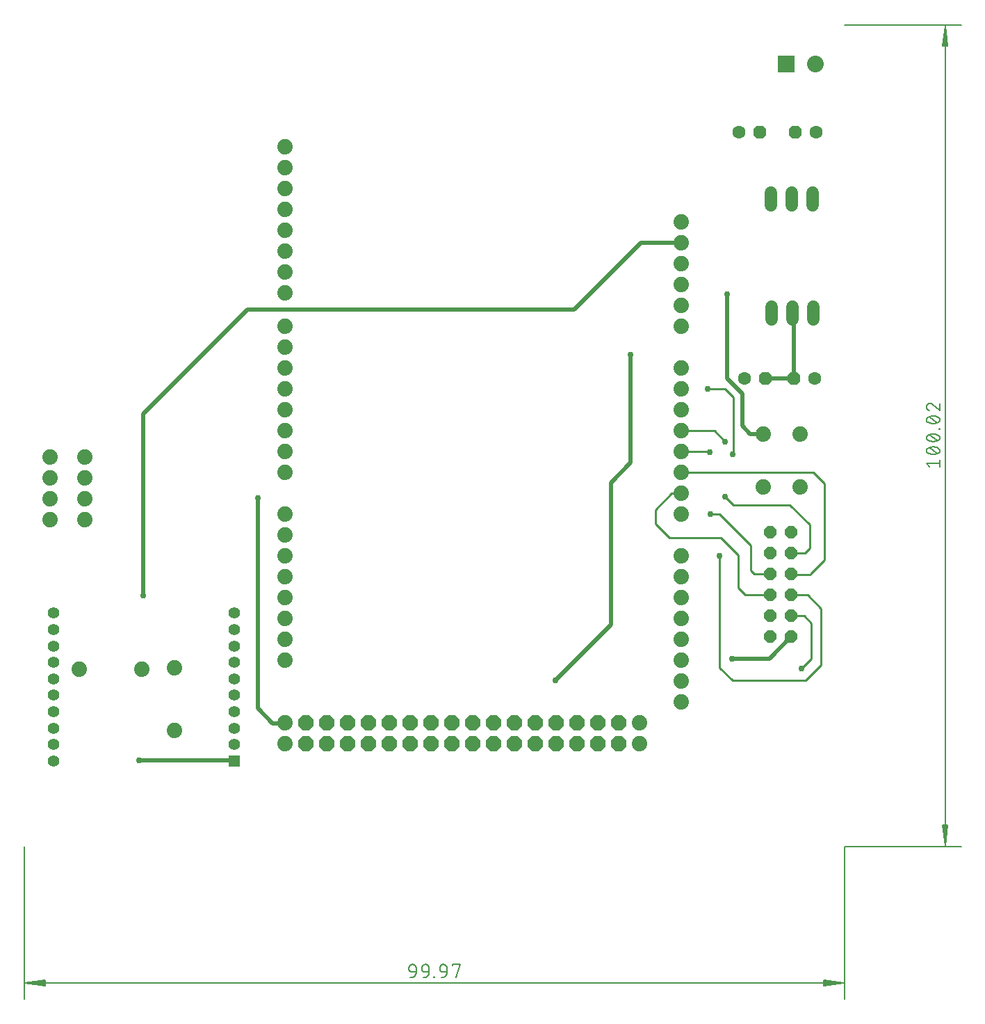
<source format=gbr>
G04 EAGLE Gerber RS-274X export*
G75*
%MOMM*%
%FSLAX34Y34*%
%LPD*%
%INTop Copper*%
%IPPOS*%
%AMOC8*
5,1,8,0,0,1.08239X$1,22.5*%
G01*
%ADD10C,0.130000*%
%ADD11C,0.152400*%
%ADD12C,1.879600*%
%ADD13P,2.034460X8X202.500000*%
%ADD14P,1.732040X8X202.500000*%
%ADD15C,1.600200*%
%ADD16P,1.732040X8X22.500000*%
%ADD17C,1.524000*%
%ADD18R,2.032000X2.032000*%
%ADD19C,2.032000*%
%ADD20C,1.422400*%
%ADD21R,1.422400X1.422400*%
%ADD22P,1.649562X8X292.500000*%
%ADD23C,0.756400*%
%ADD24C,0.508000*%
%ADD25C,0.254000*%


D10*
X999700Y1000200D02*
X1141500Y1000200D01*
X1141500Y0D02*
X999700Y0D01*
X1122000Y650D02*
X1122000Y999550D01*
X1118808Y974200D01*
X1125192Y974200D01*
X1122000Y999550D01*
X1120700Y974200D01*
X1123300Y974200D02*
X1122000Y999550D01*
X1119400Y974200D01*
X1124600Y974200D02*
X1122000Y999550D01*
X1118808Y26000D02*
X1122000Y650D01*
X1118808Y26000D02*
X1125192Y26000D01*
X1122000Y650D01*
X1120700Y26000D01*
X1123300Y26000D02*
X1122000Y650D01*
X1119400Y26000D01*
X1124600Y26000D02*
X1122000Y650D01*
D11*
X1102849Y461945D02*
X1099237Y466461D01*
X1115493Y466461D01*
X1115493Y470976D02*
X1115493Y461945D01*
X1107365Y477577D02*
X1107045Y477581D01*
X1106726Y477592D01*
X1106406Y477611D01*
X1106088Y477638D01*
X1105770Y477672D01*
X1105453Y477714D01*
X1105137Y477764D01*
X1104822Y477821D01*
X1104509Y477885D01*
X1104197Y477957D01*
X1103887Y478036D01*
X1103580Y478123D01*
X1103274Y478217D01*
X1102971Y478318D01*
X1102670Y478427D01*
X1102372Y478542D01*
X1102076Y478665D01*
X1101784Y478795D01*
X1101495Y478932D01*
X1101494Y478932D02*
X1101386Y478971D01*
X1101279Y479014D01*
X1101174Y479060D01*
X1101071Y479110D01*
X1100969Y479164D01*
X1100869Y479221D01*
X1100771Y479282D01*
X1100675Y479346D01*
X1100582Y479413D01*
X1100491Y479483D01*
X1100402Y479557D01*
X1100316Y479633D01*
X1100233Y479713D01*
X1100152Y479795D01*
X1100074Y479880D01*
X1100000Y479967D01*
X1099928Y480058D01*
X1099859Y480150D01*
X1099794Y480245D01*
X1099732Y480342D01*
X1099673Y480441D01*
X1099618Y480542D01*
X1099567Y480645D01*
X1099519Y480750D01*
X1099474Y480856D01*
X1099433Y480963D01*
X1099396Y481072D01*
X1099363Y481183D01*
X1099334Y481294D01*
X1099308Y481406D01*
X1099286Y481519D01*
X1099269Y481633D01*
X1099255Y481747D01*
X1099245Y481862D01*
X1099239Y481977D01*
X1099237Y482092D01*
X1099239Y482207D01*
X1099245Y482322D01*
X1099255Y482437D01*
X1099269Y482551D01*
X1099286Y482665D01*
X1099308Y482778D01*
X1099334Y482890D01*
X1099363Y483002D01*
X1099396Y483112D01*
X1099433Y483221D01*
X1099474Y483329D01*
X1099519Y483435D01*
X1099567Y483540D01*
X1099618Y483642D01*
X1099674Y483744D01*
X1099732Y483843D01*
X1099794Y483940D01*
X1099860Y484035D01*
X1099928Y484127D01*
X1100000Y484217D01*
X1100074Y484305D01*
X1100152Y484390D01*
X1100233Y484472D01*
X1100316Y484551D01*
X1100402Y484628D01*
X1100491Y484701D01*
X1100582Y484772D01*
X1100676Y484839D01*
X1100771Y484903D01*
X1100869Y484964D01*
X1100969Y485021D01*
X1101071Y485074D01*
X1101175Y485125D01*
X1101280Y485171D01*
X1101387Y485214D01*
X1101495Y485253D01*
X1101495Y485252D02*
X1101784Y485389D01*
X1102076Y485519D01*
X1102372Y485642D01*
X1102670Y485757D01*
X1102971Y485866D01*
X1103274Y485967D01*
X1103580Y486061D01*
X1103887Y486148D01*
X1104197Y486227D01*
X1104509Y486299D01*
X1104822Y486363D01*
X1105137Y486420D01*
X1105453Y486470D01*
X1105770Y486512D01*
X1106088Y486546D01*
X1106406Y486573D01*
X1106726Y486592D01*
X1107045Y486603D01*
X1107365Y486607D01*
X1107365Y477577D02*
X1107685Y477581D01*
X1108004Y477592D01*
X1108324Y477611D01*
X1108642Y477638D01*
X1108960Y477672D01*
X1109277Y477714D01*
X1109593Y477764D01*
X1109908Y477821D01*
X1110221Y477885D01*
X1110533Y477957D01*
X1110843Y478036D01*
X1111150Y478123D01*
X1111456Y478217D01*
X1111759Y478318D01*
X1112060Y478427D01*
X1112358Y478542D01*
X1112654Y478665D01*
X1112946Y478795D01*
X1113235Y478932D01*
X1113236Y478931D02*
X1113344Y478970D01*
X1113451Y479013D01*
X1113556Y479059D01*
X1113660Y479110D01*
X1113762Y479163D01*
X1113862Y479220D01*
X1113960Y479281D01*
X1114055Y479345D01*
X1114149Y479412D01*
X1114240Y479483D01*
X1114329Y479556D01*
X1114415Y479633D01*
X1114498Y479712D01*
X1114579Y479794D01*
X1114657Y479879D01*
X1114731Y479967D01*
X1114803Y480057D01*
X1114872Y480150D01*
X1114937Y480244D01*
X1114999Y480341D01*
X1115057Y480441D01*
X1115113Y480542D01*
X1115164Y480644D01*
X1115212Y480749D01*
X1115257Y480855D01*
X1115298Y480963D01*
X1115335Y481072D01*
X1115368Y481182D01*
X1115397Y481294D01*
X1115423Y481406D01*
X1115445Y481519D01*
X1115462Y481633D01*
X1115476Y481747D01*
X1115486Y481862D01*
X1115492Y481977D01*
X1115494Y482092D01*
X1113235Y485252D02*
X1112946Y485389D01*
X1112654Y485519D01*
X1112358Y485642D01*
X1112060Y485757D01*
X1111759Y485866D01*
X1111456Y485967D01*
X1111150Y486061D01*
X1110843Y486148D01*
X1110533Y486227D01*
X1110221Y486299D01*
X1109908Y486363D01*
X1109593Y486420D01*
X1109277Y486470D01*
X1108960Y486512D01*
X1108642Y486546D01*
X1108324Y486573D01*
X1108004Y486592D01*
X1107685Y486603D01*
X1107365Y486607D01*
X1113235Y485253D02*
X1113343Y485214D01*
X1113450Y485171D01*
X1113555Y485125D01*
X1113659Y485074D01*
X1113761Y485021D01*
X1113861Y484964D01*
X1113959Y484903D01*
X1114054Y484839D01*
X1114148Y484772D01*
X1114239Y484701D01*
X1114328Y484628D01*
X1114414Y484551D01*
X1114497Y484472D01*
X1114578Y484390D01*
X1114656Y484305D01*
X1114730Y484217D01*
X1114802Y484127D01*
X1114871Y484034D01*
X1114936Y483940D01*
X1114998Y483843D01*
X1115056Y483743D01*
X1115112Y483642D01*
X1115163Y483539D01*
X1115211Y483435D01*
X1115256Y483329D01*
X1115297Y483221D01*
X1115334Y483112D01*
X1115367Y483002D01*
X1115396Y482890D01*
X1115422Y482778D01*
X1115444Y482665D01*
X1115461Y482551D01*
X1115475Y482437D01*
X1115485Y482322D01*
X1115491Y482207D01*
X1115493Y482092D01*
X1111881Y478480D02*
X1102849Y485704D01*
X1107365Y493208D02*
X1107045Y493212D01*
X1106726Y493223D01*
X1106406Y493242D01*
X1106088Y493269D01*
X1105770Y493303D01*
X1105453Y493345D01*
X1105137Y493395D01*
X1104822Y493452D01*
X1104509Y493516D01*
X1104197Y493588D01*
X1103887Y493667D01*
X1103580Y493754D01*
X1103274Y493848D01*
X1102971Y493949D01*
X1102670Y494058D01*
X1102372Y494173D01*
X1102076Y494296D01*
X1101784Y494426D01*
X1101495Y494563D01*
X1101494Y494563D02*
X1101386Y494602D01*
X1101279Y494645D01*
X1101174Y494691D01*
X1101071Y494741D01*
X1100969Y494795D01*
X1100869Y494852D01*
X1100771Y494913D01*
X1100675Y494977D01*
X1100582Y495044D01*
X1100491Y495114D01*
X1100402Y495188D01*
X1100316Y495264D01*
X1100233Y495344D01*
X1100152Y495426D01*
X1100074Y495511D01*
X1100000Y495598D01*
X1099928Y495689D01*
X1099859Y495781D01*
X1099794Y495876D01*
X1099732Y495973D01*
X1099673Y496072D01*
X1099618Y496173D01*
X1099567Y496276D01*
X1099519Y496381D01*
X1099474Y496487D01*
X1099433Y496594D01*
X1099396Y496703D01*
X1099363Y496814D01*
X1099334Y496925D01*
X1099308Y497037D01*
X1099286Y497150D01*
X1099269Y497264D01*
X1099255Y497378D01*
X1099245Y497493D01*
X1099239Y497608D01*
X1099237Y497723D01*
X1099239Y497838D01*
X1099245Y497953D01*
X1099255Y498068D01*
X1099269Y498182D01*
X1099286Y498296D01*
X1099308Y498409D01*
X1099334Y498521D01*
X1099363Y498633D01*
X1099396Y498743D01*
X1099433Y498852D01*
X1099474Y498960D01*
X1099519Y499066D01*
X1099567Y499171D01*
X1099618Y499273D01*
X1099674Y499375D01*
X1099732Y499474D01*
X1099794Y499571D01*
X1099860Y499666D01*
X1099928Y499758D01*
X1100000Y499848D01*
X1100074Y499936D01*
X1100152Y500021D01*
X1100233Y500103D01*
X1100316Y500182D01*
X1100402Y500259D01*
X1100491Y500332D01*
X1100582Y500403D01*
X1100676Y500470D01*
X1100771Y500534D01*
X1100869Y500595D01*
X1100969Y500652D01*
X1101071Y500705D01*
X1101175Y500756D01*
X1101280Y500802D01*
X1101387Y500845D01*
X1101495Y500884D01*
X1101495Y500883D02*
X1101784Y501020D01*
X1102076Y501150D01*
X1102372Y501273D01*
X1102670Y501388D01*
X1102971Y501497D01*
X1103274Y501598D01*
X1103580Y501692D01*
X1103887Y501779D01*
X1104197Y501858D01*
X1104509Y501930D01*
X1104822Y501994D01*
X1105137Y502051D01*
X1105453Y502101D01*
X1105770Y502143D01*
X1106088Y502177D01*
X1106406Y502204D01*
X1106726Y502223D01*
X1107045Y502234D01*
X1107365Y502238D01*
X1107365Y493208D02*
X1107685Y493212D01*
X1108004Y493223D01*
X1108324Y493242D01*
X1108642Y493269D01*
X1108960Y493303D01*
X1109277Y493345D01*
X1109593Y493395D01*
X1109908Y493452D01*
X1110221Y493516D01*
X1110533Y493588D01*
X1110843Y493667D01*
X1111150Y493754D01*
X1111456Y493848D01*
X1111759Y493949D01*
X1112060Y494058D01*
X1112358Y494173D01*
X1112654Y494296D01*
X1112946Y494426D01*
X1113235Y494563D01*
X1113236Y494562D02*
X1113344Y494601D01*
X1113451Y494644D01*
X1113556Y494690D01*
X1113660Y494741D01*
X1113762Y494794D01*
X1113862Y494851D01*
X1113960Y494912D01*
X1114055Y494976D01*
X1114149Y495043D01*
X1114240Y495114D01*
X1114329Y495187D01*
X1114415Y495264D01*
X1114498Y495343D01*
X1114579Y495425D01*
X1114657Y495510D01*
X1114731Y495598D01*
X1114803Y495688D01*
X1114872Y495781D01*
X1114937Y495875D01*
X1114999Y495972D01*
X1115057Y496072D01*
X1115113Y496173D01*
X1115164Y496275D01*
X1115212Y496380D01*
X1115257Y496486D01*
X1115298Y496594D01*
X1115335Y496703D01*
X1115368Y496813D01*
X1115397Y496925D01*
X1115423Y497037D01*
X1115445Y497150D01*
X1115462Y497264D01*
X1115476Y497378D01*
X1115486Y497493D01*
X1115492Y497608D01*
X1115494Y497723D01*
X1113235Y500883D02*
X1112946Y501020D01*
X1112654Y501150D01*
X1112358Y501273D01*
X1112060Y501388D01*
X1111759Y501497D01*
X1111456Y501598D01*
X1111150Y501692D01*
X1110843Y501779D01*
X1110533Y501858D01*
X1110221Y501930D01*
X1109908Y501994D01*
X1109593Y502051D01*
X1109277Y502101D01*
X1108960Y502143D01*
X1108642Y502177D01*
X1108324Y502204D01*
X1108004Y502223D01*
X1107685Y502234D01*
X1107365Y502238D01*
X1113235Y500884D02*
X1113343Y500845D01*
X1113450Y500802D01*
X1113555Y500756D01*
X1113659Y500705D01*
X1113761Y500652D01*
X1113861Y500595D01*
X1113959Y500534D01*
X1114054Y500470D01*
X1114148Y500403D01*
X1114239Y500332D01*
X1114328Y500259D01*
X1114414Y500182D01*
X1114497Y500103D01*
X1114578Y500021D01*
X1114656Y499936D01*
X1114730Y499848D01*
X1114802Y499758D01*
X1114871Y499665D01*
X1114936Y499571D01*
X1114998Y499474D01*
X1115056Y499374D01*
X1115112Y499273D01*
X1115163Y499170D01*
X1115211Y499066D01*
X1115256Y498960D01*
X1115297Y498852D01*
X1115334Y498743D01*
X1115367Y498633D01*
X1115396Y498521D01*
X1115422Y498409D01*
X1115444Y498296D01*
X1115461Y498182D01*
X1115475Y498068D01*
X1115485Y497953D01*
X1115491Y497838D01*
X1115493Y497723D01*
X1111881Y494111D02*
X1102849Y501336D01*
X1114590Y508213D02*
X1115493Y508213D01*
X1114590Y508213D02*
X1114590Y509117D01*
X1115493Y509117D01*
X1115493Y508213D01*
X1107365Y515092D02*
X1107045Y515096D01*
X1106726Y515107D01*
X1106406Y515126D01*
X1106088Y515153D01*
X1105770Y515187D01*
X1105453Y515229D01*
X1105137Y515279D01*
X1104822Y515336D01*
X1104509Y515400D01*
X1104197Y515472D01*
X1103887Y515551D01*
X1103580Y515638D01*
X1103274Y515732D01*
X1102971Y515833D01*
X1102670Y515942D01*
X1102372Y516057D01*
X1102076Y516180D01*
X1101784Y516310D01*
X1101495Y516447D01*
X1101494Y516447D02*
X1101386Y516486D01*
X1101279Y516529D01*
X1101174Y516575D01*
X1101071Y516625D01*
X1100969Y516679D01*
X1100869Y516736D01*
X1100771Y516797D01*
X1100675Y516861D01*
X1100582Y516928D01*
X1100491Y516998D01*
X1100402Y517072D01*
X1100316Y517148D01*
X1100233Y517228D01*
X1100152Y517310D01*
X1100074Y517395D01*
X1100000Y517482D01*
X1099928Y517573D01*
X1099859Y517665D01*
X1099794Y517760D01*
X1099732Y517857D01*
X1099673Y517956D01*
X1099618Y518057D01*
X1099567Y518160D01*
X1099519Y518265D01*
X1099474Y518371D01*
X1099433Y518478D01*
X1099396Y518587D01*
X1099363Y518698D01*
X1099334Y518809D01*
X1099308Y518921D01*
X1099286Y519034D01*
X1099269Y519148D01*
X1099255Y519262D01*
X1099245Y519377D01*
X1099239Y519492D01*
X1099237Y519607D01*
X1099239Y519722D01*
X1099245Y519837D01*
X1099255Y519952D01*
X1099269Y520066D01*
X1099286Y520180D01*
X1099308Y520293D01*
X1099334Y520405D01*
X1099363Y520517D01*
X1099396Y520627D01*
X1099433Y520736D01*
X1099474Y520844D01*
X1099519Y520950D01*
X1099567Y521055D01*
X1099618Y521157D01*
X1099674Y521259D01*
X1099732Y521358D01*
X1099794Y521455D01*
X1099860Y521550D01*
X1099928Y521642D01*
X1100000Y521732D01*
X1100074Y521820D01*
X1100152Y521905D01*
X1100233Y521987D01*
X1100316Y522066D01*
X1100402Y522143D01*
X1100491Y522216D01*
X1100582Y522287D01*
X1100676Y522354D01*
X1100771Y522418D01*
X1100869Y522479D01*
X1100969Y522536D01*
X1101071Y522589D01*
X1101175Y522640D01*
X1101280Y522686D01*
X1101387Y522729D01*
X1101495Y522768D01*
X1101495Y522767D02*
X1101784Y522904D01*
X1102076Y523034D01*
X1102372Y523157D01*
X1102670Y523272D01*
X1102971Y523381D01*
X1103274Y523482D01*
X1103580Y523576D01*
X1103887Y523663D01*
X1104197Y523742D01*
X1104509Y523814D01*
X1104822Y523878D01*
X1105137Y523935D01*
X1105453Y523985D01*
X1105770Y524027D01*
X1106088Y524061D01*
X1106406Y524088D01*
X1106726Y524107D01*
X1107045Y524118D01*
X1107365Y524122D01*
X1107365Y515092D02*
X1107685Y515096D01*
X1108004Y515107D01*
X1108324Y515126D01*
X1108642Y515153D01*
X1108960Y515187D01*
X1109277Y515229D01*
X1109593Y515279D01*
X1109908Y515336D01*
X1110221Y515400D01*
X1110533Y515472D01*
X1110843Y515551D01*
X1111150Y515638D01*
X1111456Y515732D01*
X1111759Y515833D01*
X1112060Y515942D01*
X1112358Y516057D01*
X1112654Y516180D01*
X1112946Y516310D01*
X1113235Y516447D01*
X1113236Y516446D02*
X1113344Y516485D01*
X1113451Y516528D01*
X1113556Y516574D01*
X1113660Y516625D01*
X1113762Y516678D01*
X1113862Y516735D01*
X1113960Y516796D01*
X1114055Y516860D01*
X1114149Y516927D01*
X1114240Y516998D01*
X1114329Y517071D01*
X1114415Y517148D01*
X1114498Y517227D01*
X1114579Y517309D01*
X1114657Y517394D01*
X1114731Y517482D01*
X1114803Y517572D01*
X1114872Y517665D01*
X1114937Y517759D01*
X1114999Y517856D01*
X1115057Y517956D01*
X1115113Y518057D01*
X1115164Y518159D01*
X1115212Y518264D01*
X1115257Y518370D01*
X1115298Y518478D01*
X1115335Y518587D01*
X1115368Y518697D01*
X1115397Y518809D01*
X1115423Y518921D01*
X1115445Y519034D01*
X1115462Y519148D01*
X1115476Y519262D01*
X1115486Y519377D01*
X1115492Y519492D01*
X1115494Y519607D01*
X1113235Y522767D02*
X1112946Y522904D01*
X1112654Y523034D01*
X1112358Y523157D01*
X1112060Y523272D01*
X1111759Y523381D01*
X1111456Y523482D01*
X1111150Y523576D01*
X1110843Y523663D01*
X1110533Y523742D01*
X1110221Y523814D01*
X1109908Y523878D01*
X1109593Y523935D01*
X1109277Y523985D01*
X1108960Y524027D01*
X1108642Y524061D01*
X1108324Y524088D01*
X1108004Y524107D01*
X1107685Y524118D01*
X1107365Y524122D01*
X1113235Y522768D02*
X1113343Y522729D01*
X1113450Y522686D01*
X1113555Y522640D01*
X1113659Y522589D01*
X1113761Y522536D01*
X1113861Y522479D01*
X1113959Y522418D01*
X1114054Y522354D01*
X1114148Y522287D01*
X1114239Y522216D01*
X1114328Y522143D01*
X1114414Y522066D01*
X1114497Y521987D01*
X1114578Y521905D01*
X1114656Y521820D01*
X1114730Y521732D01*
X1114802Y521642D01*
X1114871Y521549D01*
X1114936Y521455D01*
X1114998Y521358D01*
X1115056Y521258D01*
X1115112Y521157D01*
X1115163Y521054D01*
X1115211Y520950D01*
X1115256Y520844D01*
X1115297Y520736D01*
X1115334Y520627D01*
X1115367Y520517D01*
X1115396Y520405D01*
X1115422Y520293D01*
X1115444Y520180D01*
X1115461Y520066D01*
X1115475Y519952D01*
X1115485Y519837D01*
X1115491Y519722D01*
X1115493Y519607D01*
X1111881Y515994D02*
X1102849Y523219D01*
X1099237Y535690D02*
X1099239Y535815D01*
X1099245Y535940D01*
X1099254Y536065D01*
X1099268Y536189D01*
X1099285Y536313D01*
X1099306Y536437D01*
X1099331Y536559D01*
X1099360Y536681D01*
X1099392Y536802D01*
X1099428Y536922D01*
X1099468Y537041D01*
X1099511Y537158D01*
X1099558Y537274D01*
X1099609Y537389D01*
X1099663Y537501D01*
X1099721Y537613D01*
X1099781Y537722D01*
X1099846Y537829D01*
X1099913Y537935D01*
X1099984Y538038D01*
X1100058Y538139D01*
X1100135Y538238D01*
X1100215Y538334D01*
X1100298Y538428D01*
X1100383Y538519D01*
X1100472Y538608D01*
X1100563Y538693D01*
X1100657Y538776D01*
X1100753Y538856D01*
X1100852Y538933D01*
X1100953Y539007D01*
X1101056Y539078D01*
X1101162Y539145D01*
X1101269Y539210D01*
X1101378Y539270D01*
X1101490Y539328D01*
X1101602Y539382D01*
X1101717Y539433D01*
X1101833Y539480D01*
X1101950Y539523D01*
X1102069Y539563D01*
X1102189Y539599D01*
X1102310Y539631D01*
X1102432Y539660D01*
X1102554Y539685D01*
X1102678Y539706D01*
X1102802Y539723D01*
X1102926Y539737D01*
X1103051Y539746D01*
X1103176Y539752D01*
X1103301Y539754D01*
X1099237Y535690D02*
X1099239Y535547D01*
X1099245Y535405D01*
X1099255Y535262D01*
X1099268Y535120D01*
X1099286Y534979D01*
X1099307Y534837D01*
X1099332Y534697D01*
X1099361Y534557D01*
X1099394Y534418D01*
X1099431Y534280D01*
X1099471Y534143D01*
X1099515Y534008D01*
X1099563Y533873D01*
X1099615Y533740D01*
X1099670Y533608D01*
X1099729Y533478D01*
X1099791Y533350D01*
X1099857Y533223D01*
X1099926Y533098D01*
X1099998Y532975D01*
X1100074Y532854D01*
X1100153Y532736D01*
X1100236Y532619D01*
X1100321Y532505D01*
X1100410Y532393D01*
X1100501Y532284D01*
X1100596Y532177D01*
X1100693Y532072D01*
X1100794Y531971D01*
X1100897Y531872D01*
X1101002Y531776D01*
X1101111Y531683D01*
X1101222Y531593D01*
X1101335Y531506D01*
X1101450Y531422D01*
X1101568Y531342D01*
X1101688Y531264D01*
X1101810Y531190D01*
X1101934Y531120D01*
X1102060Y531052D01*
X1102188Y530989D01*
X1102317Y530928D01*
X1102448Y530871D01*
X1102580Y530818D01*
X1102714Y530769D01*
X1102849Y530723D01*
X1106462Y538399D02*
X1106370Y538493D01*
X1106276Y538583D01*
X1106179Y538671D01*
X1106079Y538756D01*
X1105977Y538838D01*
X1105872Y538916D01*
X1105765Y538992D01*
X1105656Y539064D01*
X1105545Y539133D01*
X1105431Y539199D01*
X1105316Y539261D01*
X1105199Y539320D01*
X1105080Y539375D01*
X1104960Y539426D01*
X1104838Y539474D01*
X1104715Y539519D01*
X1104591Y539559D01*
X1104465Y539596D01*
X1104338Y539629D01*
X1104211Y539658D01*
X1104082Y539684D01*
X1103953Y539705D01*
X1103823Y539723D01*
X1103693Y539736D01*
X1103563Y539746D01*
X1103432Y539752D01*
X1103301Y539754D01*
X1106462Y538399D02*
X1115493Y530723D01*
X1115493Y539754D01*
D10*
X0Y0D02*
X0Y-185500D01*
X999700Y-185500D02*
X999700Y0D01*
X999050Y-166000D02*
X650Y-166000D01*
X26000Y-162808D01*
X26000Y-169192D01*
X650Y-166000D01*
X26000Y-164700D01*
X26000Y-167300D02*
X650Y-166000D01*
X26000Y-163400D01*
X26000Y-168600D02*
X650Y-166000D01*
X973700Y-162808D02*
X999050Y-166000D01*
X973700Y-162808D02*
X973700Y-169192D01*
X999050Y-166000D01*
X973700Y-164700D01*
X973700Y-167300D02*
X999050Y-166000D01*
X973700Y-163400D01*
X973700Y-168600D02*
X999050Y-166000D01*
D11*
X477822Y-152268D02*
X472404Y-152268D01*
X472286Y-152266D01*
X472168Y-152260D01*
X472050Y-152251D01*
X471933Y-152237D01*
X471816Y-152220D01*
X471699Y-152199D01*
X471584Y-152174D01*
X471469Y-152145D01*
X471355Y-152112D01*
X471243Y-152076D01*
X471132Y-152036D01*
X471022Y-151993D01*
X470913Y-151946D01*
X470806Y-151896D01*
X470701Y-151841D01*
X470598Y-151784D01*
X470497Y-151723D01*
X470397Y-151659D01*
X470300Y-151592D01*
X470205Y-151522D01*
X470113Y-151448D01*
X470022Y-151372D01*
X469935Y-151292D01*
X469850Y-151210D01*
X469768Y-151125D01*
X469688Y-151038D01*
X469612Y-150947D01*
X469538Y-150855D01*
X469468Y-150760D01*
X469401Y-150663D01*
X469337Y-150563D01*
X469276Y-150462D01*
X469219Y-150359D01*
X469164Y-150254D01*
X469114Y-150147D01*
X469067Y-150038D01*
X469024Y-149928D01*
X468984Y-149817D01*
X468948Y-149705D01*
X468915Y-149591D01*
X468886Y-149476D01*
X468861Y-149361D01*
X468840Y-149244D01*
X468823Y-149127D01*
X468809Y-149010D01*
X468800Y-148892D01*
X468794Y-148774D01*
X468792Y-148656D01*
X468791Y-148656D02*
X468791Y-147753D01*
X468793Y-147620D01*
X468799Y-147488D01*
X468809Y-147356D01*
X468822Y-147224D01*
X468840Y-147092D01*
X468861Y-146962D01*
X468886Y-146831D01*
X468915Y-146702D01*
X468948Y-146574D01*
X468984Y-146446D01*
X469024Y-146320D01*
X469068Y-146195D01*
X469116Y-146071D01*
X469167Y-145949D01*
X469222Y-145828D01*
X469280Y-145709D01*
X469342Y-145591D01*
X469407Y-145476D01*
X469476Y-145362D01*
X469547Y-145251D01*
X469623Y-145142D01*
X469701Y-145035D01*
X469782Y-144930D01*
X469867Y-144828D01*
X469954Y-144728D01*
X470044Y-144631D01*
X470137Y-144536D01*
X470233Y-144445D01*
X470331Y-144356D01*
X470432Y-144270D01*
X470536Y-144187D01*
X470642Y-144107D01*
X470750Y-144031D01*
X470860Y-143957D01*
X470973Y-143887D01*
X471087Y-143820D01*
X471204Y-143757D01*
X471322Y-143697D01*
X471442Y-143640D01*
X471564Y-143587D01*
X471687Y-143538D01*
X471811Y-143492D01*
X471937Y-143450D01*
X472064Y-143412D01*
X472192Y-143377D01*
X472321Y-143346D01*
X472450Y-143319D01*
X472581Y-143296D01*
X472712Y-143276D01*
X472844Y-143261D01*
X472976Y-143249D01*
X473108Y-143241D01*
X473241Y-143237D01*
X473373Y-143237D01*
X473506Y-143241D01*
X473638Y-143249D01*
X473770Y-143261D01*
X473902Y-143276D01*
X474033Y-143296D01*
X474164Y-143319D01*
X474293Y-143346D01*
X474422Y-143377D01*
X474550Y-143412D01*
X474677Y-143450D01*
X474803Y-143492D01*
X474927Y-143538D01*
X475050Y-143587D01*
X475172Y-143640D01*
X475292Y-143697D01*
X475410Y-143757D01*
X475527Y-143820D01*
X475641Y-143887D01*
X475754Y-143957D01*
X475864Y-144031D01*
X475972Y-144107D01*
X476078Y-144187D01*
X476182Y-144270D01*
X476283Y-144356D01*
X476381Y-144445D01*
X476477Y-144536D01*
X476570Y-144631D01*
X476660Y-144728D01*
X476747Y-144828D01*
X476832Y-144930D01*
X476913Y-145035D01*
X476991Y-145142D01*
X477067Y-145251D01*
X477138Y-145362D01*
X477207Y-145476D01*
X477272Y-145591D01*
X477334Y-145709D01*
X477392Y-145828D01*
X477447Y-145949D01*
X477498Y-146071D01*
X477546Y-146195D01*
X477590Y-146320D01*
X477630Y-146446D01*
X477666Y-146574D01*
X477699Y-146702D01*
X477728Y-146831D01*
X477753Y-146962D01*
X477774Y-147092D01*
X477792Y-147224D01*
X477805Y-147356D01*
X477815Y-147488D01*
X477821Y-147620D01*
X477823Y-147753D01*
X477822Y-147753D02*
X477822Y-152268D01*
X477823Y-152268D02*
X477821Y-152443D01*
X477815Y-152617D01*
X477804Y-152791D01*
X477789Y-152965D01*
X477770Y-153139D01*
X477747Y-153312D01*
X477720Y-153484D01*
X477688Y-153656D01*
X477653Y-153827D01*
X477613Y-153997D01*
X477569Y-154166D01*
X477521Y-154334D01*
X477469Y-154501D01*
X477413Y-154666D01*
X477353Y-154830D01*
X477290Y-154993D01*
X477222Y-155153D01*
X477150Y-155313D01*
X477075Y-155470D01*
X476995Y-155626D01*
X476912Y-155779D01*
X476826Y-155931D01*
X476735Y-156080D01*
X476641Y-156227D01*
X476544Y-156372D01*
X476443Y-156515D01*
X476339Y-156655D01*
X476231Y-156792D01*
X476120Y-156927D01*
X476006Y-157059D01*
X475889Y-157188D01*
X475768Y-157315D01*
X475645Y-157438D01*
X475518Y-157559D01*
X475389Y-157676D01*
X475257Y-157790D01*
X475122Y-157901D01*
X474985Y-158009D01*
X474845Y-158113D01*
X474702Y-158214D01*
X474557Y-158311D01*
X474410Y-158405D01*
X474261Y-158496D01*
X474109Y-158582D01*
X473956Y-158665D01*
X473800Y-158745D01*
X473643Y-158820D01*
X473483Y-158892D01*
X473323Y-158960D01*
X473160Y-159023D01*
X472996Y-159083D01*
X472831Y-159139D01*
X472664Y-159191D01*
X472496Y-159239D01*
X472327Y-159283D01*
X472157Y-159323D01*
X471986Y-159358D01*
X471814Y-159390D01*
X471642Y-159417D01*
X471469Y-159440D01*
X471295Y-159459D01*
X471121Y-159474D01*
X470947Y-159485D01*
X470773Y-159491D01*
X470598Y-159493D01*
X488035Y-152268D02*
X493454Y-152268D01*
X488035Y-152268D02*
X487917Y-152266D01*
X487799Y-152260D01*
X487681Y-152251D01*
X487564Y-152237D01*
X487447Y-152220D01*
X487330Y-152199D01*
X487215Y-152174D01*
X487100Y-152145D01*
X486986Y-152112D01*
X486874Y-152076D01*
X486763Y-152036D01*
X486653Y-151993D01*
X486544Y-151946D01*
X486437Y-151896D01*
X486332Y-151841D01*
X486229Y-151784D01*
X486128Y-151723D01*
X486028Y-151659D01*
X485931Y-151592D01*
X485836Y-151522D01*
X485744Y-151448D01*
X485653Y-151372D01*
X485566Y-151292D01*
X485481Y-151210D01*
X485399Y-151125D01*
X485319Y-151038D01*
X485243Y-150947D01*
X485169Y-150855D01*
X485099Y-150760D01*
X485032Y-150663D01*
X484968Y-150563D01*
X484907Y-150462D01*
X484850Y-150359D01*
X484795Y-150254D01*
X484745Y-150147D01*
X484698Y-150038D01*
X484655Y-149928D01*
X484615Y-149817D01*
X484579Y-149705D01*
X484546Y-149591D01*
X484517Y-149476D01*
X484492Y-149361D01*
X484471Y-149244D01*
X484454Y-149127D01*
X484440Y-149010D01*
X484431Y-148892D01*
X484425Y-148774D01*
X484423Y-148656D01*
X484423Y-147753D01*
X484422Y-147753D02*
X484424Y-147620D01*
X484430Y-147488D01*
X484440Y-147356D01*
X484453Y-147224D01*
X484471Y-147092D01*
X484492Y-146962D01*
X484517Y-146831D01*
X484546Y-146702D01*
X484579Y-146574D01*
X484615Y-146446D01*
X484655Y-146320D01*
X484699Y-146195D01*
X484747Y-146071D01*
X484798Y-145949D01*
X484853Y-145828D01*
X484911Y-145709D01*
X484973Y-145591D01*
X485038Y-145476D01*
X485107Y-145362D01*
X485178Y-145251D01*
X485254Y-145142D01*
X485332Y-145035D01*
X485413Y-144930D01*
X485498Y-144828D01*
X485585Y-144728D01*
X485675Y-144631D01*
X485768Y-144536D01*
X485864Y-144445D01*
X485962Y-144356D01*
X486063Y-144270D01*
X486167Y-144187D01*
X486273Y-144107D01*
X486381Y-144031D01*
X486491Y-143957D01*
X486604Y-143887D01*
X486718Y-143820D01*
X486835Y-143757D01*
X486953Y-143697D01*
X487073Y-143640D01*
X487195Y-143587D01*
X487318Y-143538D01*
X487442Y-143492D01*
X487568Y-143450D01*
X487695Y-143412D01*
X487823Y-143377D01*
X487952Y-143346D01*
X488081Y-143319D01*
X488212Y-143296D01*
X488343Y-143276D01*
X488475Y-143261D01*
X488607Y-143249D01*
X488739Y-143241D01*
X488872Y-143237D01*
X489004Y-143237D01*
X489137Y-143241D01*
X489269Y-143249D01*
X489401Y-143261D01*
X489533Y-143276D01*
X489664Y-143296D01*
X489795Y-143319D01*
X489924Y-143346D01*
X490053Y-143377D01*
X490181Y-143412D01*
X490308Y-143450D01*
X490434Y-143492D01*
X490558Y-143538D01*
X490681Y-143587D01*
X490803Y-143640D01*
X490923Y-143697D01*
X491041Y-143757D01*
X491158Y-143820D01*
X491272Y-143887D01*
X491385Y-143957D01*
X491495Y-144031D01*
X491603Y-144107D01*
X491709Y-144187D01*
X491813Y-144270D01*
X491914Y-144356D01*
X492012Y-144445D01*
X492108Y-144536D01*
X492201Y-144631D01*
X492291Y-144728D01*
X492378Y-144828D01*
X492463Y-144930D01*
X492544Y-145035D01*
X492622Y-145142D01*
X492698Y-145251D01*
X492769Y-145362D01*
X492838Y-145476D01*
X492903Y-145591D01*
X492965Y-145709D01*
X493023Y-145828D01*
X493078Y-145949D01*
X493129Y-146071D01*
X493177Y-146195D01*
X493221Y-146320D01*
X493261Y-146446D01*
X493297Y-146574D01*
X493330Y-146702D01*
X493359Y-146831D01*
X493384Y-146962D01*
X493405Y-147092D01*
X493423Y-147224D01*
X493436Y-147356D01*
X493446Y-147488D01*
X493452Y-147620D01*
X493454Y-147753D01*
X493454Y-152268D01*
X493452Y-152443D01*
X493446Y-152617D01*
X493435Y-152791D01*
X493420Y-152965D01*
X493401Y-153139D01*
X493378Y-153312D01*
X493351Y-153484D01*
X493319Y-153656D01*
X493284Y-153827D01*
X493244Y-153997D01*
X493200Y-154166D01*
X493152Y-154334D01*
X493100Y-154501D01*
X493044Y-154666D01*
X492984Y-154830D01*
X492921Y-154993D01*
X492853Y-155153D01*
X492781Y-155313D01*
X492706Y-155470D01*
X492626Y-155626D01*
X492543Y-155779D01*
X492457Y-155931D01*
X492366Y-156080D01*
X492272Y-156227D01*
X492175Y-156372D01*
X492074Y-156515D01*
X491970Y-156655D01*
X491862Y-156792D01*
X491751Y-156927D01*
X491637Y-157059D01*
X491520Y-157188D01*
X491399Y-157315D01*
X491276Y-157438D01*
X491149Y-157559D01*
X491020Y-157676D01*
X490888Y-157790D01*
X490753Y-157901D01*
X490616Y-158009D01*
X490476Y-158113D01*
X490333Y-158214D01*
X490188Y-158311D01*
X490041Y-158405D01*
X489892Y-158496D01*
X489740Y-158582D01*
X489587Y-158665D01*
X489431Y-158745D01*
X489274Y-158820D01*
X489114Y-158892D01*
X488954Y-158960D01*
X488791Y-159023D01*
X488627Y-159083D01*
X488462Y-159139D01*
X488295Y-159191D01*
X488127Y-159239D01*
X487958Y-159283D01*
X487788Y-159323D01*
X487617Y-159358D01*
X487445Y-159390D01*
X487273Y-159417D01*
X487100Y-159440D01*
X486926Y-159459D01*
X486752Y-159474D01*
X486578Y-159485D01*
X486404Y-159491D01*
X486229Y-159493D01*
X499428Y-159493D02*
X499428Y-158590D01*
X500331Y-158590D01*
X500331Y-159493D01*
X499428Y-159493D01*
X509919Y-152268D02*
X515337Y-152268D01*
X509919Y-152268D02*
X509801Y-152266D01*
X509683Y-152260D01*
X509565Y-152251D01*
X509448Y-152237D01*
X509331Y-152220D01*
X509214Y-152199D01*
X509099Y-152174D01*
X508984Y-152145D01*
X508870Y-152112D01*
X508758Y-152076D01*
X508647Y-152036D01*
X508537Y-151993D01*
X508428Y-151946D01*
X508321Y-151896D01*
X508216Y-151841D01*
X508113Y-151784D01*
X508012Y-151723D01*
X507912Y-151659D01*
X507815Y-151592D01*
X507720Y-151522D01*
X507628Y-151448D01*
X507537Y-151372D01*
X507450Y-151292D01*
X507365Y-151210D01*
X507283Y-151125D01*
X507203Y-151038D01*
X507127Y-150947D01*
X507053Y-150855D01*
X506983Y-150760D01*
X506916Y-150663D01*
X506852Y-150563D01*
X506791Y-150462D01*
X506734Y-150359D01*
X506679Y-150254D01*
X506629Y-150147D01*
X506582Y-150038D01*
X506539Y-149928D01*
X506499Y-149817D01*
X506463Y-149705D01*
X506430Y-149591D01*
X506401Y-149476D01*
X506376Y-149361D01*
X506355Y-149244D01*
X506338Y-149127D01*
X506324Y-149010D01*
X506315Y-148892D01*
X506309Y-148774D01*
X506307Y-148656D01*
X506306Y-148656D02*
X506306Y-147753D01*
X506308Y-147620D01*
X506314Y-147488D01*
X506324Y-147356D01*
X506337Y-147224D01*
X506355Y-147092D01*
X506376Y-146962D01*
X506401Y-146831D01*
X506430Y-146702D01*
X506463Y-146574D01*
X506499Y-146446D01*
X506539Y-146320D01*
X506583Y-146195D01*
X506631Y-146071D01*
X506682Y-145949D01*
X506737Y-145828D01*
X506795Y-145709D01*
X506857Y-145591D01*
X506922Y-145476D01*
X506991Y-145362D01*
X507062Y-145251D01*
X507138Y-145142D01*
X507216Y-145035D01*
X507297Y-144930D01*
X507382Y-144828D01*
X507469Y-144728D01*
X507559Y-144631D01*
X507652Y-144536D01*
X507748Y-144445D01*
X507846Y-144356D01*
X507947Y-144270D01*
X508051Y-144187D01*
X508157Y-144107D01*
X508265Y-144031D01*
X508375Y-143957D01*
X508488Y-143887D01*
X508602Y-143820D01*
X508719Y-143757D01*
X508837Y-143697D01*
X508957Y-143640D01*
X509079Y-143587D01*
X509202Y-143538D01*
X509326Y-143492D01*
X509452Y-143450D01*
X509579Y-143412D01*
X509707Y-143377D01*
X509836Y-143346D01*
X509965Y-143319D01*
X510096Y-143296D01*
X510227Y-143276D01*
X510359Y-143261D01*
X510491Y-143249D01*
X510623Y-143241D01*
X510756Y-143237D01*
X510888Y-143237D01*
X511021Y-143241D01*
X511153Y-143249D01*
X511285Y-143261D01*
X511417Y-143276D01*
X511548Y-143296D01*
X511679Y-143319D01*
X511808Y-143346D01*
X511937Y-143377D01*
X512065Y-143412D01*
X512192Y-143450D01*
X512318Y-143492D01*
X512442Y-143538D01*
X512565Y-143587D01*
X512687Y-143640D01*
X512807Y-143697D01*
X512925Y-143757D01*
X513042Y-143820D01*
X513156Y-143887D01*
X513269Y-143957D01*
X513379Y-144031D01*
X513487Y-144107D01*
X513593Y-144187D01*
X513697Y-144270D01*
X513798Y-144356D01*
X513896Y-144445D01*
X513992Y-144536D01*
X514085Y-144631D01*
X514175Y-144728D01*
X514262Y-144828D01*
X514347Y-144930D01*
X514428Y-145035D01*
X514506Y-145142D01*
X514582Y-145251D01*
X514653Y-145362D01*
X514722Y-145476D01*
X514787Y-145591D01*
X514849Y-145709D01*
X514907Y-145828D01*
X514962Y-145949D01*
X515013Y-146071D01*
X515061Y-146195D01*
X515105Y-146320D01*
X515145Y-146446D01*
X515181Y-146574D01*
X515214Y-146702D01*
X515243Y-146831D01*
X515268Y-146962D01*
X515289Y-147092D01*
X515307Y-147224D01*
X515320Y-147356D01*
X515330Y-147488D01*
X515336Y-147620D01*
X515338Y-147753D01*
X515337Y-147753D02*
X515337Y-152268D01*
X515335Y-152443D01*
X515329Y-152617D01*
X515318Y-152791D01*
X515303Y-152965D01*
X515284Y-153139D01*
X515261Y-153312D01*
X515234Y-153484D01*
X515202Y-153656D01*
X515167Y-153827D01*
X515127Y-153997D01*
X515083Y-154166D01*
X515035Y-154334D01*
X514983Y-154501D01*
X514927Y-154666D01*
X514867Y-154830D01*
X514804Y-154993D01*
X514736Y-155153D01*
X514664Y-155313D01*
X514589Y-155470D01*
X514509Y-155626D01*
X514426Y-155779D01*
X514340Y-155931D01*
X514249Y-156080D01*
X514155Y-156227D01*
X514058Y-156372D01*
X513957Y-156515D01*
X513853Y-156655D01*
X513745Y-156792D01*
X513634Y-156927D01*
X513520Y-157059D01*
X513403Y-157188D01*
X513282Y-157315D01*
X513159Y-157438D01*
X513032Y-157559D01*
X512903Y-157676D01*
X512771Y-157790D01*
X512636Y-157901D01*
X512499Y-158009D01*
X512359Y-158113D01*
X512216Y-158214D01*
X512071Y-158311D01*
X511924Y-158405D01*
X511775Y-158496D01*
X511623Y-158582D01*
X511470Y-158665D01*
X511314Y-158745D01*
X511157Y-158820D01*
X510997Y-158892D01*
X510837Y-158960D01*
X510674Y-159023D01*
X510510Y-159083D01*
X510345Y-159139D01*
X510178Y-159191D01*
X510010Y-159239D01*
X509841Y-159283D01*
X509671Y-159323D01*
X509500Y-159358D01*
X509328Y-159390D01*
X509156Y-159417D01*
X508983Y-159440D01*
X508809Y-159459D01*
X508635Y-159474D01*
X508461Y-159485D01*
X508287Y-159491D01*
X508112Y-159493D01*
X521937Y-145043D02*
X521937Y-143237D01*
X530969Y-143237D01*
X526453Y-159493D01*
D12*
X800900Y328400D03*
X800900Y303000D03*
X800900Y277600D03*
X800900Y252200D03*
X800900Y226800D03*
X800900Y201400D03*
X800900Y176000D03*
X800900Y353800D03*
X318300Y379200D03*
X318300Y353800D03*
X318300Y328400D03*
X318300Y303000D03*
X318300Y277600D03*
X318300Y252200D03*
X318300Y226800D03*
X318300Y404600D03*
X800900Y557000D03*
X800900Y531600D03*
X800900Y506200D03*
X800900Y480800D03*
X800900Y455400D03*
X800900Y430000D03*
X800900Y404600D03*
X800900Y582400D03*
X318300Y607800D03*
X318300Y582400D03*
X318300Y557000D03*
X318300Y531600D03*
X318300Y506200D03*
X318300Y480800D03*
X318300Y455400D03*
X318300Y633200D03*
X318300Y826240D03*
X318300Y800840D03*
X318300Y775440D03*
X318300Y750040D03*
X318300Y724640D03*
X318300Y699240D03*
X318300Y673840D03*
X318300Y851640D03*
D13*
X521500Y125200D03*
X521500Y150600D03*
X496100Y125200D03*
X496100Y150600D03*
X470700Y125200D03*
X470700Y150600D03*
X445300Y125200D03*
X445300Y150600D03*
X419900Y125200D03*
X419900Y150600D03*
X394500Y125200D03*
X394500Y150600D03*
X369100Y125200D03*
X369100Y150600D03*
X343700Y125200D03*
X343700Y150600D03*
X724700Y125200D03*
X724700Y150600D03*
X699300Y125200D03*
X699300Y150600D03*
X673900Y125200D03*
X673900Y150600D03*
X648500Y125200D03*
X648500Y150600D03*
X623100Y125200D03*
X623100Y150600D03*
X597700Y125200D03*
X597700Y150600D03*
X572300Y125200D03*
X572300Y150600D03*
X546900Y125200D03*
X546900Y150600D03*
D12*
X750100Y150600D03*
X750100Y125200D03*
X318300Y150600D03*
X318300Y125200D03*
X800900Y760200D03*
X800900Y734800D03*
X800900Y709400D03*
X800900Y684000D03*
X800900Y658600D03*
X800900Y633200D03*
D14*
X939600Y869600D03*
D15*
X965000Y869600D03*
D16*
X896100Y869600D03*
D15*
X870700Y869600D03*
D17*
X960900Y796120D02*
X960900Y780880D01*
X935500Y780880D02*
X935500Y796120D01*
X910100Y796120D02*
X910100Y780880D01*
D12*
X74400Y397700D03*
X74400Y423100D03*
X74400Y448500D03*
X74400Y473900D03*
X32100Y397700D03*
X32100Y423100D03*
X32100Y448500D03*
X32100Y473900D03*
D18*
X928500Y952300D03*
D19*
X963500Y952300D03*
D12*
X183200Y217700D03*
X183200Y141500D03*
X67500Y215600D03*
X143700Y215600D03*
D20*
X256000Y284300D03*
X256000Y264300D03*
X256000Y244300D03*
X256000Y224300D03*
X256000Y204300D03*
X256000Y184300D03*
X256000Y164300D03*
X256000Y144300D03*
X256000Y124300D03*
D21*
X256000Y104300D03*
D20*
X36000Y284300D03*
X36000Y264300D03*
X36000Y244300D03*
X36000Y224300D03*
X36000Y204300D03*
X36000Y184300D03*
X36000Y164300D03*
X36000Y144300D03*
X36000Y124300D03*
X36000Y104300D03*
D12*
X945606Y502512D03*
X945606Y437488D03*
X900394Y502512D03*
X900394Y437488D03*
D17*
X961182Y641492D02*
X961182Y656732D01*
X935782Y656732D02*
X935782Y641492D01*
X910382Y641492D02*
X910382Y656732D01*
D14*
X937300Y570000D03*
D15*
X962700Y570000D03*
D16*
X902700Y570000D03*
D15*
X877300Y570000D03*
D22*
X909300Y382500D03*
X934700Y382500D03*
X909300Y357100D03*
X934700Y357100D03*
X909300Y331700D03*
X934700Y331700D03*
X909300Y306300D03*
X934700Y306300D03*
X909300Y280900D03*
X934700Y280900D03*
X909300Y255500D03*
X934700Y255500D03*
D23*
X284500Y424500D03*
D24*
X284500Y168500D01*
X303000Y150000D01*
X317700Y150000D01*
X318300Y150600D01*
D23*
X647000Y202000D03*
X739000Y599000D03*
D24*
X739000Y467310D01*
X714940Y443250D01*
X714940Y269940D02*
X647000Y202000D01*
X714940Y269940D02*
X714940Y443250D01*
X908200Y229000D02*
X934700Y255500D01*
X908200Y229000D02*
X862000Y229000D01*
D23*
X862000Y229000D03*
X145000Y306000D03*
D24*
X145000Y527000D01*
X670000Y654000D02*
X751000Y735000D01*
X800700Y735000D01*
X800900Y734800D01*
X272000Y654000D02*
X145000Y527000D01*
X272000Y654000D02*
X670000Y654000D01*
D23*
X140000Y105000D03*
D24*
X255300Y105000D01*
X256000Y104300D01*
D23*
X856000Y672000D03*
D24*
X884488Y502512D02*
X900394Y502512D01*
X884488Y502512D02*
X875000Y512000D01*
X856000Y570000D02*
X856000Y672000D01*
X856000Y570000D02*
X875000Y551000D01*
X875000Y512000D01*
X937260Y571500D02*
X937260Y647700D01*
X935782Y649112D01*
X937260Y571500D02*
X937300Y570000D01*
X937260Y569976D02*
X903732Y569976D01*
X902700Y570000D01*
X937260Y569976D02*
X937300Y570000D01*
D23*
X833000Y557000D03*
D25*
X854000Y557000D01*
X864000Y479000D02*
X863000Y478000D01*
D23*
X863000Y478000D03*
D25*
X864000Y547000D02*
X854000Y557000D01*
X864000Y547000D02*
X864000Y479000D01*
X889300Y331700D02*
X909300Y331700D01*
X889300Y331700D02*
X885000Y336000D01*
X834200Y480800D02*
X800900Y480800D01*
X834200Y480800D02*
X835000Y480000D01*
D23*
X835000Y480000D03*
X836000Y405000D03*
D25*
X847000Y405000D01*
X885000Y367000D02*
X885000Y336000D01*
X885000Y367000D02*
X847000Y405000D01*
X800900Y430000D02*
X789000Y430000D01*
X769000Y410000D01*
X769000Y393000D01*
X849000Y376000D02*
X870000Y355000D01*
X870000Y315000D01*
X878700Y306300D01*
X909300Y306300D01*
X786000Y376000D02*
X769000Y393000D01*
X786000Y376000D02*
X849000Y376000D01*
D23*
X854000Y426000D03*
D25*
X864000Y416000D01*
X933000Y416000D02*
X957000Y392000D01*
X957000Y363000D01*
X951000Y357000D01*
X934800Y357000D01*
X934700Y357100D01*
X933000Y416000D02*
X864000Y416000D01*
D23*
X854000Y493000D03*
D25*
X840800Y506200D01*
X800900Y506200D01*
X800900Y455400D02*
X961600Y455400D01*
X975000Y442000D01*
X958000Y332000D02*
X958000Y331000D01*
X935400Y331000D01*
X934700Y331700D01*
X975000Y349000D02*
X975000Y442000D01*
X975000Y349000D02*
X958000Y332000D01*
D23*
X847000Y354000D03*
D25*
X847000Y218000D01*
X863000Y202000D02*
X952000Y202000D01*
X971000Y221000D01*
X954700Y306300D02*
X934700Y306300D01*
X847000Y218000D02*
X863000Y202000D01*
X971000Y221000D02*
X971000Y290000D01*
X954700Y306300D01*
X950100Y280900D02*
X934700Y280900D01*
X950100Y280900D02*
X959000Y272000D01*
X959000Y229000D01*
X947000Y217000D01*
D23*
X947000Y217000D03*
M02*

</source>
